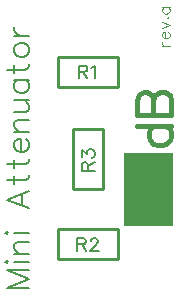
<source format=gto>
G04 Layer: TopSilkscreenLayer*
G04 EasyEDA v6.5.39, 2023-12-20 21:18:59*
G04 2abf5bc968cf43d49ad104ab59b79dd7,7f4f139de444478fbfc4ecf2935d5a69,10*
G04 Gerber Generator version 0.2*
G04 Scale: 100 percent, Rotated: No, Reflected: No *
G04 Dimensions in millimeters *
G04 leading zeros omitted , absolute positions ,4 integer and 5 decimal *
%FSLAX45Y45*%
%MOMM*%

%ADD10C,0.2032*%
%ADD11C,0.4030*%
%ADD12C,0.1000*%
%ADD13C,0.1524*%
%ADD14C,0.2540*%

%LPD*%
D10*
X74421Y419100D02*
G01*
X268223Y419100D01*
X74421Y419100D02*
G01*
X268223Y493013D01*
X74421Y566928D02*
G01*
X268223Y493013D01*
X74421Y566928D02*
G01*
X268223Y566928D01*
X74421Y627887D02*
G01*
X83565Y637031D01*
X74421Y646429D01*
X65023Y637031D01*
X74421Y627887D01*
X138937Y637031D02*
G01*
X268223Y637031D01*
X138937Y707389D02*
G01*
X268223Y707389D01*
X176021Y707389D02*
G01*
X148336Y735076D01*
X138937Y753363D01*
X138937Y781050D01*
X148336Y799592D01*
X176021Y808989D01*
X268223Y808989D01*
X74421Y869950D02*
G01*
X83565Y879094D01*
X74421Y888237D01*
X65023Y879094D01*
X74421Y869950D01*
X138937Y879094D02*
G01*
X268223Y879094D01*
X74421Y1165352D02*
G01*
X268223Y1091437D01*
X74421Y1165352D02*
G01*
X268223Y1239265D01*
X203707Y1119123D02*
G01*
X203707Y1211579D01*
X74421Y1327912D02*
G01*
X231394Y1327912D01*
X259079Y1337310D01*
X268223Y1355597D01*
X268223Y1374139D01*
X138937Y1300226D02*
G01*
X138937Y1364995D01*
X74421Y1462786D02*
G01*
X231394Y1462786D01*
X259079Y1471929D01*
X268223Y1490471D01*
X268223Y1509013D01*
X138937Y1435100D02*
G01*
X138937Y1499870D01*
X194310Y1569973D02*
G01*
X194310Y1680718D01*
X176021Y1680718D01*
X157479Y1671573D01*
X148336Y1662429D01*
X138937Y1643887D01*
X138937Y1616202D01*
X148336Y1597660D01*
X166623Y1579118D01*
X194310Y1569973D01*
X212852Y1569973D01*
X240537Y1579118D01*
X259079Y1597660D01*
X268223Y1616202D01*
X268223Y1643887D01*
X259079Y1662429D01*
X240537Y1680718D01*
X138937Y1741678D02*
G01*
X268223Y1741678D01*
X176021Y1741678D02*
G01*
X148336Y1769363D01*
X138937Y1787905D01*
X138937Y1815592D01*
X148336Y1834134D01*
X176021Y1843278D01*
X268223Y1843278D01*
X138937Y1904237D02*
G01*
X231394Y1904237D01*
X259079Y1913636D01*
X268223Y1931923D01*
X268223Y1959610D01*
X259079Y1978152D01*
X231394Y2005837D01*
X138937Y2005837D02*
G01*
X268223Y2005837D01*
X138937Y2177795D02*
G01*
X268223Y2177795D01*
X166623Y2177795D02*
G01*
X148336Y2159254D01*
X138937Y2140712D01*
X138937Y2113026D01*
X148336Y2094484D01*
X166623Y2076195D01*
X194310Y2066797D01*
X212852Y2066797D01*
X240537Y2076195D01*
X259079Y2094484D01*
X268223Y2113026D01*
X268223Y2140712D01*
X259079Y2159254D01*
X240537Y2177795D01*
X74421Y2266442D02*
G01*
X231394Y2266442D01*
X259079Y2275586D01*
X268223Y2294128D01*
X268223Y2312670D01*
X138937Y2238755D02*
G01*
X138937Y2303271D01*
X138937Y2419604D02*
G01*
X148336Y2401315D01*
X166623Y2382773D01*
X194310Y2373629D01*
X212852Y2373629D01*
X240537Y2382773D01*
X259079Y2401315D01*
X268223Y2419604D01*
X268223Y2447289D01*
X259079Y2465831D01*
X240537Y2484373D01*
X212852Y2493518D01*
X194310Y2493518D01*
X166623Y2484373D01*
X148336Y2465831D01*
X138937Y2447289D01*
X138937Y2419604D01*
X138937Y2554478D02*
G01*
X268223Y2554478D01*
X194310Y2554478D02*
G01*
X166623Y2563876D01*
X148336Y2582163D01*
X138937Y2600705D01*
X138937Y2628392D01*
D11*
X1179829Y1790954D02*
G01*
X1469389Y1790954D01*
X1317752Y1790954D02*
G01*
X1290320Y1763521D01*
X1276350Y1735836D01*
X1276350Y1694434D01*
X1290320Y1667002D01*
X1317752Y1639315D01*
X1359154Y1625600D01*
X1386586Y1625600D01*
X1427987Y1639315D01*
X1455673Y1667002D01*
X1469389Y1694434D01*
X1469389Y1735836D01*
X1455673Y1763521D01*
X1427987Y1790954D01*
X1179829Y1881886D02*
G01*
X1469389Y1881886D01*
X1179829Y1881886D02*
G01*
X1179829Y2006092D01*
X1193800Y2047239D01*
X1207515Y2061210D01*
X1234947Y2074926D01*
X1262634Y2074926D01*
X1290320Y2061210D01*
X1304036Y2047239D01*
X1317752Y2006092D01*
X1317752Y1881886D02*
G01*
X1317752Y2006092D01*
X1331468Y2047239D01*
X1345437Y2061210D01*
X1372870Y2074926D01*
X1414271Y2074926D01*
X1441704Y2061210D01*
X1455673Y2047239D01*
X1469389Y2006092D01*
X1469389Y1881886D01*
D12*
X1391412Y2463800D02*
G01*
X1455165Y2463800D01*
X1418589Y2463800D02*
G01*
X1405128Y2468371D01*
X1395984Y2477515D01*
X1391412Y2486405D01*
X1391412Y2500121D01*
X1418589Y2530094D02*
G01*
X1418589Y2584704D01*
X1409700Y2584704D01*
X1400555Y2580131D01*
X1395984Y2575560D01*
X1391412Y2566415D01*
X1391412Y2552954D01*
X1395984Y2543810D01*
X1405128Y2534665D01*
X1418589Y2530094D01*
X1427734Y2530094D01*
X1441450Y2534665D01*
X1450594Y2543810D01*
X1455165Y2552954D01*
X1455165Y2566415D01*
X1450594Y2575560D01*
X1441450Y2584704D01*
X1391412Y2614676D02*
G01*
X1455165Y2642107D01*
X1391412Y2669286D02*
G01*
X1455165Y2642107D01*
X1432305Y2703829D02*
G01*
X1436878Y2699257D01*
X1441450Y2703829D01*
X1436878Y2708402D01*
X1432305Y2703829D01*
X1391412Y2792984D02*
G01*
X1455165Y2792984D01*
X1405128Y2792984D02*
G01*
X1395984Y2783839D01*
X1391412Y2774695D01*
X1391412Y2760979D01*
X1395984Y2752089D01*
X1405128Y2742945D01*
X1418589Y2738373D01*
X1427734Y2738373D01*
X1441450Y2742945D01*
X1450594Y2752089D01*
X1455165Y2760979D01*
X1455165Y2774695D01*
X1450594Y2783839D01*
X1441450Y2792984D01*
D13*
X685800Y2299715D02*
G01*
X685800Y2190750D01*
X685800Y2299715D02*
G01*
X732536Y2299715D01*
X748029Y2294636D01*
X753363Y2289302D01*
X758444Y2278887D01*
X758444Y2268473D01*
X753363Y2258060D01*
X748029Y2252979D01*
X732536Y2247900D01*
X685800Y2247900D01*
X722121Y2247900D02*
G01*
X758444Y2190750D01*
X792734Y2278887D02*
G01*
X803147Y2284221D01*
X818895Y2299715D01*
X818895Y2190750D01*
X673100Y839215D02*
G01*
X673100Y730250D01*
X673100Y839215D02*
G01*
X719836Y839215D01*
X735329Y834136D01*
X740663Y828802D01*
X745744Y818387D01*
X745744Y807973D01*
X740663Y797560D01*
X735329Y792479D01*
X719836Y787400D01*
X673100Y787400D01*
X709421Y787400D02*
G01*
X745744Y730250D01*
X785368Y813307D02*
G01*
X785368Y818387D01*
X790447Y828802D01*
X795781Y834136D01*
X806195Y839215D01*
X826770Y839215D01*
X837184Y834136D01*
X842518Y828802D01*
X847597Y818387D01*
X847597Y807973D01*
X842518Y797560D01*
X832104Y782065D01*
X780034Y730250D01*
X852931Y730250D01*
X710184Y1409700D02*
G01*
X819150Y1409700D01*
X710184Y1409700D02*
G01*
X710184Y1456436D01*
X715263Y1471929D01*
X720597Y1477263D01*
X731012Y1482344D01*
X741426Y1482344D01*
X751839Y1477263D01*
X756920Y1471929D01*
X762000Y1456436D01*
X762000Y1409700D01*
X762000Y1446021D02*
G01*
X819150Y1482344D01*
X710184Y1527047D02*
G01*
X710184Y1584197D01*
X751839Y1553210D01*
X751839Y1568704D01*
X756920Y1579118D01*
X762000Y1584197D01*
X777747Y1589531D01*
X788162Y1589531D01*
X803655Y1584197D01*
X814070Y1573784D01*
X819150Y1558289D01*
X819150Y1542795D01*
X814070Y1527047D01*
X808989Y1521968D01*
X798576Y1516634D01*
D14*
X508000Y2120900D02*
G01*
X508000Y2374900D01*
X1016000Y2374900D01*
X1016000Y2247900D01*
X1016000Y2120900D01*
X508000Y2120900D01*
X508000Y660400D02*
G01*
X508000Y914400D01*
X1016000Y914400D01*
X1016000Y787400D01*
X1016000Y660400D01*
X508000Y660400D01*
X889000Y1257300D02*
G01*
X635000Y1257300D01*
X635000Y1765300D01*
X762000Y1765300D01*
X889000Y1765300D01*
X889000Y1257300D01*
G36*
X1066800Y1562100D02*
G01*
X1485900Y1562100D01*
X1485900Y939800D01*
X1066800Y939800D01*
G37*
M02*

</source>
